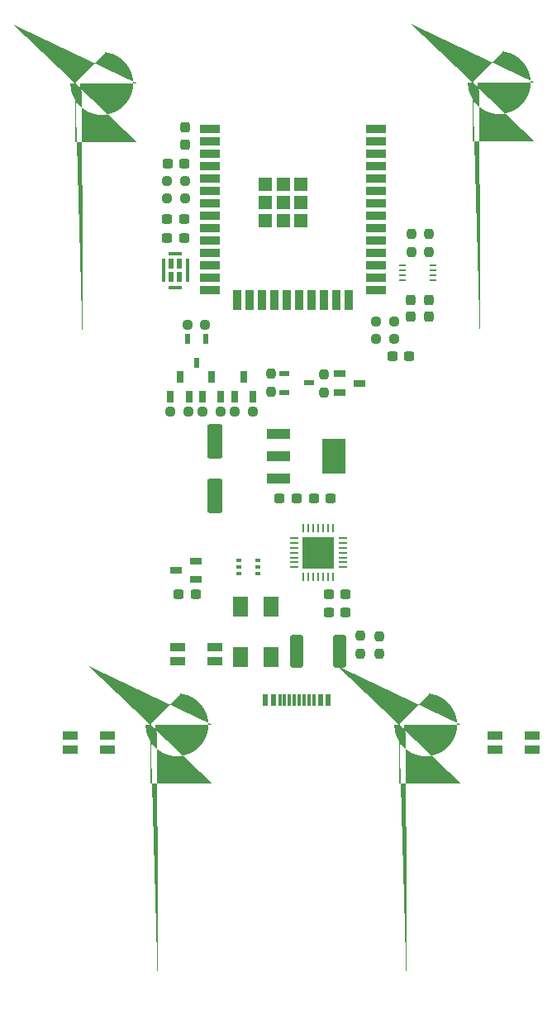
<source format=gbr>
%TF.GenerationSoftware,KiCad,Pcbnew,(6.0.6-0)*%
%TF.CreationDate,2022-09-10T13:43:16-07:00*%
%TF.ProjectId,GlowCore,476c6f77-436f-4726-952e-6b696361645f,rev?*%
%TF.SameCoordinates,Original*%
%TF.FileFunction,Paste,Top*%
%TF.FilePolarity,Positive*%
%FSLAX46Y46*%
G04 Gerber Fmt 4.6, Leading zero omitted, Abs format (unit mm)*
G04 Created by KiCad (PCBNEW (6.0.6-0)) date 2022-09-10 13:43:16*
%MOMM*%
%LPD*%
G01*
G04 APERTURE LIST*
G04 Aperture macros list*
%AMRoundRect*
0 Rectangle with rounded corners*
0 $1 Rounding radius*
0 $2 $3 $4 $5 $6 $7 $8 $9 X,Y pos of 4 corners*
0 Add a 4 corners polygon primitive as box body*
4,1,4,$2,$3,$4,$5,$6,$7,$8,$9,$2,$3,0*
0 Add four circle primitives for the rounded corners*
1,1,$1+$1,$2,$3*
1,1,$1+$1,$4,$5*
1,1,$1+$1,$6,$7*
1,1,$1+$1,$8,$9*
0 Add four rect primitives between the rounded corners*
20,1,$1+$1,$2,$3,$4,$5,0*
20,1,$1+$1,$4,$5,$6,$7,0*
20,1,$1+$1,$6,$7,$8,$9,0*
20,1,$1+$1,$8,$9,$2,$3,0*%
%AMFreePoly0*
4,1,112,3.105582,3.191654,3.458980,3.129341,3.803230,3.028022,4.134041,2.888962,4.447289,2.713894,4.739071,2.504999,5.005748,2.264881,5.243998,1.996534,5.450851,1.703301,5.623729,1.388838,5.760476,1.057065,5.859388,0.712116,5.919233,0.358291,5.939265,0.000000,5.938012,-0.089748,5.907984,-0.447339,5.838283,-0.799355,5.729777,-1.141408,5.583820,-1.469234,5.402230,-1.778747,
5.187270,-2.066090,4.941620,-2.327680,4.668342,-2.560258,4.370841,-2.760925,4.052827,-2.927179,3.718263,-3.056948,3.371318,-3.148614,3.016317,-3.201036,2.657686,-3.213560,2.299893,-3.186029,1.947399,-3.118788,1.604597,-3.012673,1.275760,-2.869007,0.964987,-2.689582,0.676150,-2.476634,0.412851,-2.232816,0.178371,-1.961168,-0.024367,-1.665076,-0.192837,-1.348230,-0.324939,-1.014580,
-0.419026,-0.668283,-0.473925,-0.313657,-0.481420,-0.134825,-0.481581,-0.134460,-0.499164,0.000000,0.505984,0.000000,0.524968,-0.289640,0.581595,-0.574324,0.674897,-0.849181,0.803276,-1.109508,0.964536,-1.350851,1.155919,-1.569081,1.374149,-1.760464,1.615492,-1.921724,1.875819,-2.050103,2.150676,-2.143405,2.435360,-2.200032,2.725000,-2.219016,3.014640,-2.200032,3.299324,-2.143405,
3.574181,-2.050103,3.834508,-1.921724,4.075851,-1.760464,4.294081,-1.569081,4.485464,-1.350851,4.646724,-1.109508,4.775103,-0.849181,4.868405,-0.574324,4.925032,-0.289640,4.944016,0.000000,4.925032,0.289640,4.868405,0.574324,4.775103,0.849181,4.646724,1.109508,4.485464,1.350851,4.294081,1.569081,4.075851,1.760464,3.834508,1.921724,3.574181,2.050103,3.299324,2.143405,
3.014640,2.200032,2.725000,2.219016,2.435360,2.200032,2.150676,2.143405,1.875819,2.050103,1.615492,1.921724,1.374149,1.760464,1.155919,1.569081,0.964536,1.350851,0.803276,1.109508,0.674897,0.849181,0.581595,0.574324,0.524968,0.289640,0.505984,0.000000,-0.499164,0.000000,-0.499963,0.006109,-0.484897,0.102868,-0.463920,0.402854,-0.399140,0.755809,-0.295421,1.099343,
-0.154055,1.429175,0.023196,1.741194,0.234123,2.031510,0.476097,2.296505,0.746101,2.532875,1.040770,2.737676,1.356433,2.908354,1.689153,3.042782,2.034784,3.139284,2.389018,3.196657,2.747440,3.214187,3.105582,3.191654,3.105582,3.191654,$1*%
G04 Aperture macros list end*
%ADD10RoundRect,0.250000X-0.550000X1.500000X-0.550000X-1.500000X0.550000X-1.500000X0.550000X1.500000X0*%
%ADD11R,2.000000X0.900000*%
%ADD12R,0.900000X2.000000*%
%ADD13R,1.330000X1.330000*%
%ADD14RoundRect,0.237500X0.237500X-0.250000X0.237500X0.250000X-0.237500X0.250000X-0.237500X-0.250000X0*%
%ADD15R,0.280010X0.900000*%
%ADD16R,0.900000X0.280010*%
%ADD17R,3.300000X3.300000*%
%ADD18RoundRect,0.237500X-0.237500X0.300000X-0.237500X-0.300000X0.237500X-0.300000X0.237500X0.300000X0*%
%ADD19RoundRect,0.237500X-0.300000X-0.237500X0.300000X-0.237500X0.300000X0.237500X-0.300000X0.237500X0*%
%ADD20FreePoly0,0.000000*%
%ADD21R,1.500000X0.900000*%
%ADD22R,1.250013X0.700000*%
%ADD23RoundRect,0.237500X-0.237500X0.250000X-0.237500X-0.250000X0.237500X-0.250000X0.237500X0.250000X0*%
%ADD24RoundRect,0.237500X-0.250000X-0.237500X0.250000X-0.237500X0.250000X0.237500X-0.250000X0.237500X0*%
%ADD25O,0.750013X0.250013*%
%ADD26RoundRect,0.237500X0.300000X0.237500X-0.300000X0.237500X-0.300000X-0.237500X0.300000X-0.237500X0*%
%ADD27R,0.600000X0.419990*%
%ADD28R,0.700000X1.250013*%
%ADD29R,0.600000X1.070003*%
%ADD30RoundRect,0.250000X0.400000X1.450000X-0.400000X1.450000X-0.400000X-1.450000X0.400000X-1.450000X0*%
%ADD31RoundRect,0.237500X0.250000X0.237500X-0.250000X0.237500X-0.250000X-0.237500X0.250000X-0.237500X0*%
%ADD32R,0.600000X1.300000*%
%ADD33R,0.300000X1.300000*%
%ADD34R,1.620015X2.046380*%
%ADD35R,0.550013X1.050013*%
%ADD36R,1.400000X0.450013*%
%ADD37R,0.450013X2.400000*%
%ADD38R,2.470003X0.980010*%
%ADD39R,2.470003X3.600000*%
%ADD40R,1.070003X0.600000*%
G04 APERTURE END LIST*
D10*
%TO.C,C4*%
X135890000Y-104591200D03*
X135890000Y-110191200D03*
%TD*%
D11*
%TO.C,U7*%
X135357600Y-72666700D03*
X135357600Y-73936700D03*
X135357600Y-75206700D03*
X135357600Y-76476700D03*
X135357600Y-77746700D03*
X135357600Y-79016700D03*
X135357600Y-80286700D03*
X135357600Y-81556700D03*
X135357600Y-82826700D03*
X135357600Y-84096700D03*
X135357600Y-85366700D03*
X135357600Y-86636700D03*
X135357600Y-87906700D03*
X135357600Y-89176700D03*
D12*
X138142600Y-90176700D03*
X139412600Y-90176700D03*
X140682600Y-90176700D03*
X141952600Y-90176700D03*
X143222600Y-90176700D03*
X144492600Y-90176700D03*
X145762600Y-90176700D03*
X147032600Y-90176700D03*
X148302600Y-90176700D03*
X149572600Y-90176700D03*
D11*
X152357600Y-89176700D03*
X152357600Y-87906700D03*
X152357600Y-86636700D03*
X152357600Y-85366700D03*
X152357600Y-84096700D03*
X152357600Y-82826700D03*
X152357600Y-81556700D03*
X152357600Y-80286700D03*
X152357600Y-79016700D03*
X152357600Y-77746700D03*
X152357600Y-76476700D03*
X152357600Y-75206700D03*
X152357600Y-73936700D03*
X152357600Y-72666700D03*
D13*
X141022600Y-80166700D03*
X141022600Y-82001700D03*
X142857600Y-80166700D03*
X144692600Y-78331700D03*
X142857600Y-78331700D03*
X144692600Y-82001700D03*
X144692600Y-80166700D03*
X141022600Y-78331700D03*
X142857600Y-82001700D03*
%TD*%
D14*
%TO.C,R1*%
X155984800Y-85240500D03*
X155984800Y-83415500D03*
%TD*%
D15*
%TO.C,U13*%
X144955333Y-118527149D03*
X145455714Y-118527149D03*
X145956095Y-118527149D03*
X146456476Y-118527149D03*
X146956857Y-118527149D03*
X147457238Y-118527149D03*
X147957619Y-118527149D03*
D16*
X148956603Y-117528419D03*
X148956603Y-117028038D03*
X148956603Y-116527657D03*
X148956603Y-116027276D03*
X148956603Y-115526895D03*
X148956603Y-115026514D03*
X148956603Y-114526133D03*
D15*
X147957619Y-113527149D03*
X147457238Y-113527149D03*
X146956857Y-113527149D03*
X146456476Y-113527149D03*
X145956095Y-113527149D03*
X145455714Y-113527149D03*
X144955333Y-113527149D03*
D16*
X143956603Y-114526133D03*
X143956603Y-115026514D03*
X143956603Y-115526895D03*
X143956603Y-116027276D03*
X143956603Y-116527657D03*
X143956603Y-117028038D03*
X143956603Y-117528419D03*
D17*
X146456476Y-116027276D03*
%TD*%
D14*
%TO.C,R14*%
X141589500Y-99529275D03*
X141589500Y-97704275D03*
%TD*%
D18*
%TO.C,C3*%
X132790000Y-72472500D03*
X132790000Y-74197500D03*
%TD*%
D19*
%TO.C,C11*%
X146010200Y-110503975D03*
X147735200Y-110503975D03*
%TD*%
D20*
%TO.C,U30*%
X154732230Y-133637460D03*
%TD*%
D21*
%TO.C,SW2*%
X132059676Y-127191264D03*
X135859524Y-127191264D03*
X132059676Y-125691136D03*
X135859524Y-125691136D03*
%TD*%
D22*
%TO.C,U11*%
X133925606Y-118789775D03*
X133925606Y-116889851D03*
X131925606Y-117839813D03*
%TD*%
D19*
%TO.C,C7*%
X147525797Y-122144530D03*
X149250797Y-122144530D03*
%TD*%
D20*
%TO.C,U33*%
X129242200Y-133637460D03*
%TD*%
D23*
%TO.C,R13*%
X147066000Y-97791900D03*
X147066000Y-99616900D03*
%TD*%
D24*
%TO.C,R12*%
X131321800Y-101600000D03*
X133146800Y-101600000D03*
%TD*%
%TO.C,R7*%
X152400000Y-94154400D03*
X154225000Y-94154400D03*
%TD*%
D25*
%TO.C,U8*%
X158217111Y-88117961D03*
X158217111Y-87617834D03*
X158217111Y-87117961D03*
X158217111Y-86617834D03*
X155117289Y-86617834D03*
X155117289Y-87117961D03*
X155117289Y-87617834D03*
X155117289Y-88117961D03*
%TD*%
D26*
%TO.C,C6*%
X144230000Y-110503975D03*
X142505000Y-110503975D03*
%TD*%
D19*
%TO.C,C8*%
X132182700Y-120294400D03*
X133907700Y-120294400D03*
%TD*%
D27*
%TO.C,U14*%
X140235962Y-118149587D03*
X140235962Y-117499600D03*
X140235962Y-116849613D03*
X138336038Y-116849613D03*
X138336038Y-117499600D03*
X138336038Y-118149587D03*
%TD*%
D28*
%TO.C,U3*%
X137886438Y-100060000D03*
X139786362Y-100060000D03*
X138836400Y-98060000D03*
%TD*%
D29*
%TO.C,U6*%
X134960362Y-94116523D03*
X133060438Y-94116523D03*
X134010400Y-96586677D03*
%TD*%
D24*
%TO.C,R9*%
X137923900Y-101600000D03*
X139748900Y-101600000D03*
%TD*%
D18*
%TO.C,C2*%
X155905200Y-90120300D03*
X155905200Y-91845300D03*
%TD*%
D24*
%TO.C,R10*%
X133047100Y-92710000D03*
X134872100Y-92710000D03*
%TD*%
D26*
%TO.C,C12*%
X132692500Y-81850000D03*
X130967500Y-81850000D03*
%TD*%
D30*
%TO.C,F1*%
X148681400Y-126136400D03*
X144231400Y-126136400D03*
%TD*%
D26*
%TO.C,C15*%
X132702500Y-83780000D03*
X130977500Y-83780000D03*
%TD*%
%TO.C,C13*%
X132762500Y-76155000D03*
X131037500Y-76155000D03*
%TD*%
D14*
%TO.C,R8*%
X157784800Y-85240500D03*
X157784800Y-83415500D03*
%TD*%
D31*
%TO.C,R6*%
X132812500Y-79745000D03*
X130987500Y-79745000D03*
%TD*%
D24*
%TO.C,R11*%
X134621900Y-101600000D03*
X136446900Y-101600000D03*
%TD*%
D20*
%TO.C,U1*%
X121552200Y-67947460D03*
%TD*%
D32*
%TO.C,USB1*%
X141070102Y-131089964D03*
X141869949Y-131089964D03*
D33*
X143020064Y-131089964D03*
X144020064Y-131089964D03*
X144519936Y-131089964D03*
X145519936Y-131089964D03*
D32*
X147469898Y-131089964D03*
X146670051Y-131089964D03*
D33*
X146020064Y-131089964D03*
X145020064Y-131089964D03*
X143519936Y-131089964D03*
X142519936Y-131089964D03*
%TD*%
D24*
%TO.C,R4*%
X130987500Y-77950000D03*
X132812500Y-77950000D03*
%TD*%
D26*
%TO.C,C5*%
X149250797Y-120264530D03*
X147525797Y-120264530D03*
%TD*%
D23*
%TO.C,R2*%
X152714400Y-124573500D03*
X152714400Y-126398500D03*
%TD*%
D34*
%TO.C,U16*%
X138480825Y-121589769D03*
X138480825Y-126720580D03*
%TD*%
D22*
%TO.C,U9*%
X148656800Y-97717613D03*
X148656800Y-99617537D03*
X150656800Y-98667575D03*
%TD*%
D35*
%TO.C,U15*%
X131405057Y-86459784D03*
X131405057Y-87810051D03*
X132254943Y-87810051D03*
X132254943Y-86459784D03*
D36*
X131830000Y-85410000D03*
D37*
X130604955Y-87134918D03*
D36*
X131830000Y-88859835D03*
D37*
X133055044Y-87134918D03*
%TD*%
D19*
%TO.C,C14*%
X154077500Y-95881600D03*
X155802500Y-95881600D03*
%TD*%
D28*
%TO.C,U5*%
X131319900Y-100060000D03*
X133219824Y-100060000D03*
X132269862Y-98060000D03*
%TD*%
D18*
%TO.C,C1*%
X157835200Y-90120300D03*
X157835200Y-91845300D03*
%TD*%
D31*
%TO.C,R5*%
X154225000Y-92354400D03*
X152400000Y-92354400D03*
%TD*%
D38*
%TO.C,U12*%
X142351500Y-103872025D03*
X142351500Y-106172000D03*
X142351500Y-108471975D03*
D39*
X148021300Y-106172000D03*
%TD*%
D21*
%TO.C,SW1*%
X164571676Y-136233664D03*
X168371524Y-136233664D03*
X164571676Y-134733536D03*
X168371524Y-134733536D03*
%TD*%
%TO.C,SW3*%
X121036076Y-136233664D03*
X124835924Y-136233664D03*
X121036076Y-134733536D03*
X124835924Y-134733536D03*
%TD*%
D40*
%TO.C,U10*%
X143011900Y-97702375D03*
X143011900Y-99602299D03*
X145482054Y-98652337D03*
%TD*%
D20*
%TO.C,U2*%
X162270000Y-67900000D03*
%TD*%
D34*
%TO.C,U34*%
X141638425Y-121589769D03*
X141638425Y-126720580D03*
%TD*%
D28*
%TO.C,U4*%
X134584438Y-100060000D03*
X136484362Y-100060000D03*
X135534400Y-98060000D03*
%TD*%
D23*
%TO.C,R3*%
X150774400Y-124563500D03*
X150774400Y-126388500D03*
%TD*%
M02*

</source>
